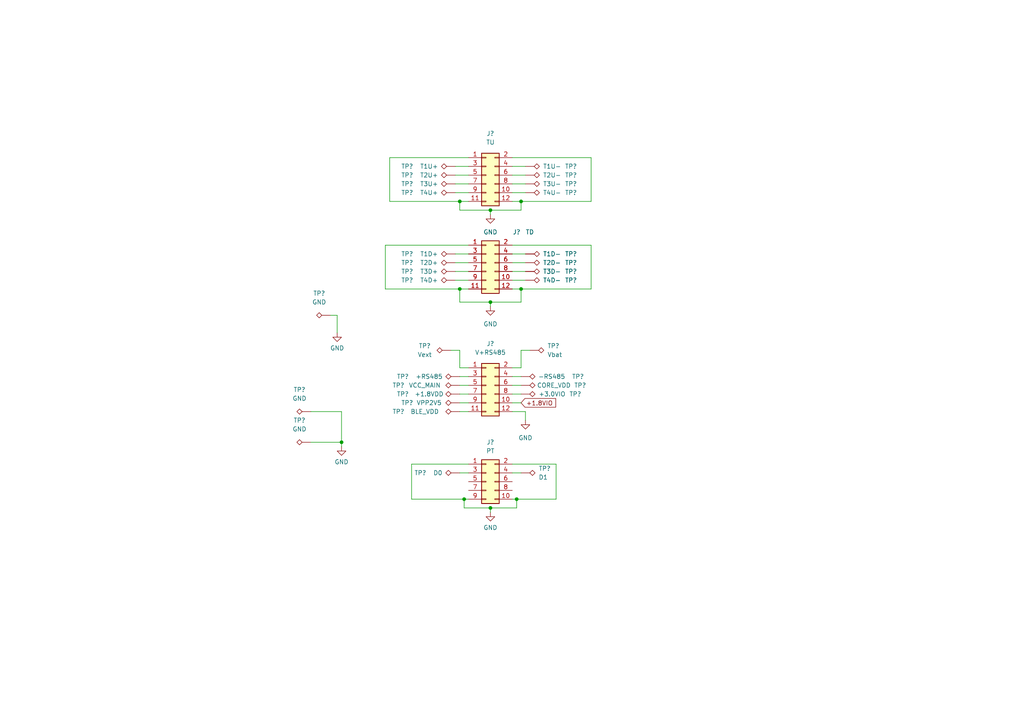
<source format=kicad_sch>
(kicad_sch (version 20211123) (generator eeschema)
  (paper "A4")
  (lib_symbols
    (symbol "Connector:TestPoint_Alt" (pin_numbers hide) (pin_names (offset 0.762) hide)
      (property "Reference" "TP" (at 0 6.858 0))
      (property "Value" "TestPoint_Alt" (at 0 5.08 0))
      (symbol "TestPoint_Alt_0_1"
        (polyline (pts (xy 0 2.54) (xy -0.762 3.302) (xy 0 4.064) (xy 0.762 3.302) (xy 0 2.54)))
      )
      (symbol "TestPoint_Alt_1_1"
        (pin passive line (at 0 0 90) (length 2.54) (name "1") (number "1"))
      )
    )
    (symbol "Connector_Generic:Conn_02x05_Odd_Even" (pin_names (offset 1.016) hide)
      (property "Reference" "J" (at 1.27 7.62 0))
      (property "Value" "Conn_02x05_Odd_Even" (at 1.27 -7.62 0))
      (symbol "Conn_02x05_Odd_Even_1_1"
        (rectangle (start -1.27 -4.953) (end 0 -5.207) (stroke (width 0.1524)))
        (rectangle (start -1.27 -2.413) (end 0 -2.667) (stroke (width 0.1524)))
        (rectangle (start -1.27 0.127) (end 0 -0.127) (stroke (width 0.1524)))
        (rectangle (start -1.27 2.667) (end 0 2.413) (stroke (width 0.1524)))
        (rectangle (start -1.27 5.207) (end 0 4.953) (stroke (width 0.1524)))
        (rectangle (start -1.27 6.35) (end 3.81 -6.35) (stroke (width 0.254)) (fill (type background)))
        (rectangle (start 3.81 -4.953) (end 2.54 -5.207) (stroke (width 0.1524)))
        (rectangle (start 3.81 -2.413) (end 2.54 -2.667) (stroke (width 0.1524)))
        (rectangle (start 3.81 0.127) (end 2.54 -0.127) (stroke (width 0.1524)))
        (rectangle (start 3.81 2.667) (end 2.54 2.413) (stroke (width 0.1524)))
        (rectangle (start 3.81 5.207) (end 2.54 4.953) (stroke (width 0.1524)))
        (pin passive line (at -5.08 5.08 0) (length 3.81) (name "Pin_1") (number "1"))
        (pin passive line (at 7.62 -5.08 180) (length 3.81) (name "Pin_10") (number "10"))
        (pin passive line (at 7.62 5.08 180) (length 3.81) (name "Pin_2") (number "2"))
        (pin passive line (at -5.08 2.54 0) (length 3.81) (name "Pin_3") (number "3"))
        (pin passive line (at 7.62 2.54 180) (length 3.81) (name "Pin_4") (number "4"))
        (pin passive line (at -5.08 0 0) (length 3.81) (name "Pin_5") (number "5"))
        (pin passive line (at 7.62 0 180) (length 3.81) (name "Pin_6") (number "6"))
        (pin passive line (at -5.08 -2.54 0) (length 3.81) (name "Pin_7") (number "7"))
        (pin passive line (at 7.62 -2.54 180) (length 3.81) (name "Pin_8") (number "8"))
        (pin passive line (at -5.08 -5.08 0) (length 3.81) (name "Pin_9") (number "9"))
      )
    )
    (symbol "Connector_Generic:Conn_02x06_Odd_Even" (pin_names (offset 1.016) hide)
      (property "Reference" "J" (at 1.27 7.62 0))
      (property "Value" "Conn_02x06_Odd_Even" (at 1.27 -10.16 0))
      (symbol "Conn_02x06_Odd_Even_1_1"
        (rectangle (start -1.27 -7.493) (end 0 -7.747) (stroke (width 0.1524)))
        (rectangle (start -1.27 -4.953) (end 0 -5.207) (stroke (width 0.1524)))
        (rectangle (start -1.27 -2.413) (end 0 -2.667) (stroke (width 0.1524)))
        (rectangle (start -1.27 0.127) (end 0 -0.127) (stroke (width 0.1524)))
        (rectangle (start -1.27 2.667) (end 0 2.413) (stroke (width 0.1524)))
        (rectangle (start -1.27 5.207) (end 0 4.953) (stroke (width 0.1524)))
        (rectangle (start -1.27 6.35) (end 3.81 -8.89) (stroke (width 0.254)) (fill (type background)))
        (rectangle (start 3.81 -7.493) (end 2.54 -7.747) (stroke (width 0.1524)))
        (rectangle (start 3.81 -4.953) (end 2.54 -5.207) (stroke (width 0.1524)))
        (rectangle (start 3.81 -2.413) (end 2.54 -2.667) (stroke (width 0.1524)))
        (rectangle (start 3.81 0.127) (end 2.54 -0.127) (stroke (width 0.1524)))
        (rectangle (start 3.81 2.667) (end 2.54 2.413) (stroke (width 0.1524)))
        (rectangle (start 3.81 5.207) (end 2.54 4.953) (stroke (width 0.1524)))
        (pin passive line (at -5.08 5.08 0) (length 3.81) (name "Pin_1") (number "1"))
        (pin passive line (at 7.62 -5.08 180) (length 3.81) (name "Pin_10") (number "10"))
        (pin passive line (at -5.08 -7.62 0) (length 3.81) (name "Pin_11") (number "11"))
        (pin passive line (at 7.62 -7.62 180) (length 3.81) (name "Pin_12") (number "12"))
        (pin passive line (at 7.62 5.08 180) (length 3.81) (name "Pin_2") (number "2"))
        (pin passive line (at -5.08 2.54 0) (length 3.81) (name "Pin_3") (number "3"))
        (pin passive line (at 7.62 2.54 180) (length 3.81) (name "Pin_4") (number "4"))
        (pin passive line (at -5.08 0 0) (length 3.81) (name "Pin_5") (number "5"))
        (pin passive line (at 7.62 0 180) (length 3.81) (name "Pin_6") (number "6"))
        (pin passive line (at -5.08 -2.54 0) (length 3.81) (name "Pin_7") (number "7"))
        (pin passive line (at 7.62 -2.54 180) (length 3.81) (name "Pin_8") (number "8"))
        (pin passive line (at -5.08 -5.08 0) (length 3.81) (name "Pin_9") (number "9"))
      )
    )
    (symbol "power:GND" (power) (pin_names (offset 0))
      (property "Value" "GND" (at 0 -3.81 0))
      (symbol "GND_0_1"
        (polyline (pts (xy 0 0) (xy 0 -1.27) (xy 1.27 -1.27) (xy 0 -2.54) (xy -1.27 -1.27) (xy 0 -1.27)))
      )
      (symbol "GND_1_1"
        (pin power_in line (at 0 0 270) (length 0) hide (name "GND") (number "1"))
      )
    )
  )
  (junction (at 142.24 147.32))
  (junction (at 99.06 128.27))
  (junction (at 151.13 58.42))
  (junction (at 149.86 144.78))
  (junction (at 133.35 58.42))
  (junction (at 151.13 83.82))
  (junction (at 142.24 87.63))
  (junction (at 142.24 60.96))
  (junction (at 133.35 83.82))
  (junction (at 134.62 144.78))
  (wire (pts (xy 133.35 114.3) (xy 135.89 114.3)))
  (wire (pts (xy 148.59 76.2) (xy 152.4 76.2)))
  (wire (pts (xy 142.24 147.32) (xy 142.24 148.59)))
  (wire (pts (xy 133.35 109.22) (xy 135.89 109.22)))
  (wire (pts (xy 151.13 60.96) (xy 151.13 58.42)))
  (wire (pts (xy 148.59 114.3) (xy 151.13 114.3)))
  (wire (pts (xy 171.45 58.42) (xy 151.13 58.42)))
  (wire (pts (xy 148.59 45.72) (xy 171.45 45.72)))
  (wire (pts (xy 142.24 60.96) (xy 151.13 60.96)))
  (wire (pts (xy 95.885 91.44) (xy 97.79 91.44)))
  (wire (pts (xy 151.13 101.6) (xy 153.67 101.6)))
  (wire (pts (xy 148.59 55.88) (xy 152.4 55.88)))
  (wire (pts (xy 133.35 58.42) (xy 133.35 60.96)))
  (wire (pts (xy 133.35 83.82) (xy 111.76 83.82)))
  (wire (pts (xy 132.08 76.2) (xy 135.89 76.2)))
  (wire (pts (xy 148.59 134.62) (xy 161.29 134.62)))
  (wire (pts (xy 152.4 119.38) (xy 148.59 119.38)))
  (wire (pts (xy 134.62 144.78) (xy 134.62 147.32)))
  (wire (pts (xy 113.03 58.42) (xy 113.03 45.72)))
  (wire (pts (xy 148.59 53.34) (xy 152.4 53.34)))
  (wire (pts (xy 148.59 81.28) (xy 152.4 81.28)))
  (wire (pts (xy 133.35 119.38) (xy 135.89 119.38)))
  (wire (pts (xy 148.59 48.26) (xy 152.4 48.26)))
  (wire (pts (xy 90.17 128.27) (xy 99.06 128.27)))
  (wire (pts (xy 133.35 87.63) (xy 142.24 87.63)))
  (wire (pts (xy 148.59 106.68) (xy 151.13 106.68)))
  (wire (pts (xy 152.4 121.92) (xy 152.4 119.38)))
  (wire (pts (xy 148.59 111.76) (xy 151.13 111.76)))
  (wire (pts (xy 142.24 87.63) (xy 151.13 87.63)))
  (wire (pts (xy 134.62 144.78) (xy 119.38 144.78)))
  (wire (pts (xy 132.08 78.74) (xy 135.89 78.74)))
  (wire (pts (xy 97.79 91.44) (xy 97.79 96.52)))
  (wire (pts (xy 133.35 137.16) (xy 135.89 137.16)))
  (wire (pts (xy 119.38 134.62) (xy 135.89 134.62)))
  (wire (pts (xy 111.76 83.82) (xy 111.76 71.12)))
  (wire (pts (xy 132.08 55.88) (xy 135.89 55.88)))
  (wire (pts (xy 142.24 60.96) (xy 142.24 62.23)))
  (wire (pts (xy 132.08 50.8) (xy 135.89 50.8)))
  (wire (pts (xy 151.13 58.42) (xy 148.59 58.42)))
  (wire (pts (xy 99.06 128.27) (xy 99.06 129.54)))
  (wire (pts (xy 133.35 116.84) (xy 135.89 116.84)))
  (wire (pts (xy 148.59 50.8) (xy 152.4 50.8)))
  (wire (pts (xy 148.59 71.12) (xy 171.45 71.12)))
  (wire (pts (xy 151.13 83.82) (xy 148.59 83.82)))
  (wire (pts (xy 133.35 83.82) (xy 133.35 87.63)))
  (wire (pts (xy 151.13 106.68) (xy 151.13 101.6)))
  (wire (pts (xy 133.35 106.68) (xy 135.89 106.68)))
  (wire (pts (xy 113.03 45.72) (xy 135.89 45.72)))
  (wire (pts (xy 148.59 73.66) (xy 152.4 73.66)))
  (wire (pts (xy 148.59 137.16) (xy 151.13 137.16)))
  (wire (pts (xy 132.08 48.26) (xy 135.89 48.26)))
  (wire (pts (xy 132.08 53.34) (xy 135.89 53.34)))
  (wire (pts (xy 134.62 147.32) (xy 142.24 147.32)))
  (wire (pts (xy 133.35 60.96) (xy 142.24 60.96)))
  (wire (pts (xy 90.17 119.38) (xy 99.06 119.38)))
  (wire (pts (xy 119.38 144.78) (xy 119.38 134.62)))
  (wire (pts (xy 171.45 45.72) (xy 171.45 58.42)))
  (wire (pts (xy 130.81 101.6) (xy 133.35 101.6)))
  (wire (pts (xy 171.45 83.82) (xy 151.13 83.82)))
  (wire (pts (xy 133.35 101.6) (xy 133.35 106.68)))
  (wire (pts (xy 149.86 144.78) (xy 161.29 144.78)))
  (wire (pts (xy 111.76 71.12) (xy 135.89 71.12)))
  (wire (pts (xy 151.13 87.63) (xy 151.13 83.82)))
  (wire (pts (xy 99.06 119.38) (xy 99.06 128.27)))
  (wire (pts (xy 133.35 111.76) (xy 135.89 111.76)))
  (wire (pts (xy 142.24 147.32) (xy 149.86 147.32)))
  (wire (pts (xy 135.89 144.78) (xy 134.62 144.78)))
  (wire (pts (xy 148.59 78.74) (xy 152.4 78.74)))
  (wire (pts (xy 135.89 58.42) (xy 133.35 58.42)))
  (wire (pts (xy 148.59 116.84) (xy 151.13 116.84)))
  (wire (pts (xy 149.86 147.32) (xy 149.86 144.78)))
  (wire (pts (xy 171.45 71.12) (xy 171.45 83.82)))
  (wire (pts (xy 148.59 144.78) (xy 149.86 144.78)))
  (wire (pts (xy 161.29 134.62) (xy 161.29 144.78)))
  (wire (pts (xy 132.08 73.66) (xy 135.89 73.66)))
  (wire (pts (xy 133.35 58.42) (xy 113.03 58.42)))
  (wire (pts (xy 135.89 83.82) (xy 133.35 83.82)))
  (wire (pts (xy 132.08 81.28) (xy 135.89 81.28)))
  (wire (pts (xy 148.59 109.22) (xy 151.13 109.22)))
  (wire (pts (xy 142.24 87.63) (xy 142.24 88.9)))
  (global_label "+1.8VIO" (shape input) (at 151.13 116.84 0) (property "Intersheet References" "${INTERSHEET_REFS}" (effects hide)))
  (symbol (lib_id "power:GND") (at 142.24 88.9 0) (unit 1)
    (property "Reference" "#PWR?" (effects hide))
    (property "Value" "GND" (at 142.24 93.98 0))
  )
  (symbol (lib_id "Connector:TestPoint_Alt") (at 152.4 55.88 270) (mirror x) (unit 1)
    (property "Reference" "TP?" (at 163.83 55.88 90) (effects (justify left)))
    (property "Value" "T4U-" (at 157.48 55.88 90) (effects (justify left)))
    (property "Footprint" "transus-instruments:0905_THT" (effects hide))
  )
  (symbol (lib_id "Connector:TestPoint_Alt") (at 133.35 111.76 90) (unit 1)
    (property "Reference" "TP?" (at 115.57 111.76 90))
    (property "Value" "VCC_MAIN" (at 123.19 111.76 90))
    (property "Footprint" "transus-instruments:0905_THT" (effects hide))
  )
  (symbol (lib_id "Connector:TestPoint_Alt") (at 90.17 119.38 90) (unit 1)
    (property "Reference" "TP?" (at 86.868 113.03 90))
    (property "Value" "GND" (at 86.868 115.57 90))
    (property "Footprint" "transus-instruments:0905_THT" (effects hide))
  )
  (symbol (lib_id "Connector:TestPoint_Alt") (at 152.4 73.66 270) (mirror x) (unit 1)
    (property "Reference" "TP?" (at 163.83 73.66 90) (effects (justify left)))
    (property "Value" "T1D-" (at 157.48 73.66 90) (effects (justify left)))
    (property "Footprint" "transus-instruments:0905_THT" (effects hide))
  )
  (symbol (lib_id "Connector:TestPoint_Alt") (at 130.81 101.6 90) (unit 1)
    (property "Reference" "TP?" (at 123.19 100.33 90))
    (property "Value" "Vext" (at 123.19 102.87 90))
    (property "Footprint" "transus-instruments:0905_THT" (effects hide))
  )
  (symbol (lib_id "Connector:TestPoint_Alt") (at 133.35 119.38 90) (unit 1)
    (property "Reference" "TP?" (at 115.57 119.38 90))
    (property "Value" "BLE_VDD" (at 123.19 119.38 90))
    (property "Footprint" "transus-instruments:0905_THT" (effects hide))
  )
  (symbol (lib_id "Connector:TestPoint_Alt") (at 133.35 137.16 90) (unit 1)
    (property "Reference" "TP?" (at 121.92 137.16 90))
    (property "Value" "D0" (at 127 137.16 90))
    (property "Footprint" "transus-instruments:0905_THT" (effects hide))
  )
  (symbol (lib_id "Connector:TestPoint_Alt") (at 152.4 76.2 270) (mirror x) (unit 1)
    (property "Reference" "TP?" (at 163.83 76.2 90) (effects (justify left)))
    (property "Value" "T2D-" (at 157.48 76.2 90) (effects (justify left)))
    (property "Footprint" "transus-instruments:0905_THT" (effects hide))
  )
  (symbol (lib_id "Connector:TestPoint_Alt") (at 152.4 81.28 270) (mirror x) (unit 1)
    (property "Reference" "TP?" (at 163.83 81.28 90) (effects (justify left)))
    (property "Value" "T4D-" (at 157.48 81.28 90) (effects (justify left)))
    (property "Footprint" "transus-instruments:0905_THT" (effects hide))
  )
  (symbol (lib_id "power:GND") (at 152.4 121.92 0) (unit 1)
    (property "Reference" "#PWR?" (effects hide))
    (property "Value" "GND" (at 152.4 127 0))
  )
  (symbol (lib_id "power:GND") (at 99.06 129.54 0) (unit 1)
    (property "Reference" "#PWR?" (effects hide))
    (property "Value" "GND" (at 99.06 133.985 0))
  )
  (symbol (lib_id "Connector:TestPoint_Alt") (at 152.4 50.8 270) (mirror x) (unit 1)
    (property "Reference" "TP?" (at 163.83 50.8 90) (effects (justify left)))
    (property "Value" "T2U-" (at 157.48 50.8 90) (effects (justify left)))
    (property "Footprint" "transus-instruments:0905_THT" (effects hide))
  )
  (symbol (lib_id "Connector_Generic:Conn_02x06_Odd_Even") (at 140.97 111.76 0) (unit 1)
    (property "Reference" "J?" (at 142.24 99.695 0))
    (property "Value" "V+RS485" (at 142.24 102.235 0))
    (property "Footprint" "Connector_PinHeader_2.54mm:PinHeader_2x06_P2.54mm_Vertical" (effects hide))
  )
  (symbol (lib_id "Connector:TestPoint_Alt") (at 133.35 116.84 90) (unit 1)
    (property "Reference" "TP?" (at 118.11 116.84 90))
    (property "Value" "VPP2V5" (at 124.46 116.84 90))
    (property "Footprint" "transus-instruments:0905_THT" (effects hide))
  )
  (symbol (lib_id "Connector:TestPoint_Alt") (at 152.4 48.26 270) (mirror x) (unit 1)
    (property "Reference" "TP?" (at 163.83 48.26 90) (effects (justify left)))
    (property "Value" "T1U-" (at 157.48 48.26 90) (effects (justify left)))
    (property "Footprint" "transus-instruments:0905_THT" (effects hide))
  )
  (symbol (lib_id "Connector:TestPoint_Alt") (at 133.35 114.3 90) (unit 1)
    (property "Reference" "TP?" (at 116.84 114.3 90))
    (property "Value" "+1.8VDD" (at 124.46 114.3 90))
    (property "Footprint" "transus-instruments:0905_THT" (effects hide))
  )
  (symbol (lib_id "Connector:TestPoint_Alt") (at 90.17 128.27 90) (unit 1)
    (property "Reference" "TP?" (at 86.868 121.92 90))
    (property "Value" "GND" (at 86.868 124.46 90))
    (property "Footprint" "transus-instruments:0905_THT" (effects hide))
  )
  (symbol (lib_id "Connector_Generic:Conn_02x06_Odd_Even") (at 140.97 50.8 0) (unit 1)
    (property "Reference" "J?" (at 142.24 38.735 0))
    (property "Value" "TU" (at 142.24 41.275 0))
    (property "Footprint" "Connector_PinHeader_2.54mm:PinHeader_2x06_P2.54mm_Vertical" (effects hide))
  )
  (symbol (lib_id "Connector:TestPoint_Alt") (at 132.08 81.28 90) (unit 1)
    (property "Reference" "TP?" (at 118.11 81.28 90))
    (property "Value" "T4D+" (at 124.46 81.28 90))
    (property "Footprint" "transus-instruments:0905_THT" (effects hide))
  )
  (symbol (lib_id "Connector:TestPoint_Alt") (at 151.13 114.3 270) (unit 1)
    (property "Reference" "TP?" (at 165.1 114.3 90) (effects (justify left)))
    (property "Value" "+3.0VIO" (at 156.21 114.3 90) (effects (justify left)))
    (property "Footprint" "transus-instruments:0905_THT" (effects hide))
  )
  (symbol (lib_id "Connector:TestPoint_Alt") (at 151.13 111.76 270) (unit 1)
    (property "Reference" "TP?" (at 168.275 111.76 90))
    (property "Value" "CORE_VDD" (at 160.655 111.76 90))
    (property "Footprint" "transus-instruments:0905_THT" (effects hide))
  )
  (symbol (lib_id "Connector:TestPoint_Alt") (at 153.67 101.6 270) (unit 1)
    (property "Reference" "TP?" (at 158.75 100.3299 90) (effects (justify left)))
    (property "Value" "Vbat" (at 158.75 102.8699 90) (effects (justify left)))
    (property "Footprint" "transus-instruments:0905_THT" (effects hide))
  )
  (symbol (lib_id "power:GND") (at 142.24 62.23 0) (unit 1)
    (property "Reference" "#PWR?" (effects hide))
    (property "Value" "GND" (at 142.24 67.31 0))
  )
  (symbol (lib_id "Connector:TestPoint_Alt") (at 132.08 50.8 90) (unit 1)
    (property "Reference" "TP?" (at 118.11 50.8 90))
    (property "Value" "T2U+" (at 124.46 50.8 90))
    (property "Footprint" "transus-instruments:0905_THT" (effects hide))
  )
  (symbol (lib_id "Connector:TestPoint_Alt") (at 132.08 48.26 90) (unit 1)
    (property "Reference" "TP?" (at 118.11 48.26 90))
    (property "Value" "T1U+" (at 124.46 48.26 90))
    (property "Footprint" "transus-instruments:0905_THT" (effects hide))
  )
  (symbol (lib_id "Connector:TestPoint_Alt") (at 132.08 76.2 90) (unit 1)
    (property "Reference" "TP?" (at 118.11 76.2 90))
    (property "Value" "T2D+" (at 124.46 76.2 90))
    (property "Footprint" "transus-instruments:0905_THT" (effects hide))
  )
  (symbol (lib_id "Connector:TestPoint_Alt") (at 95.885 91.44 90) (unit 1)
    (property "Reference" "TP?" (at 92.583 85.09 90))
    (property "Value" "GND" (at 92.583 87.63 90))
    (property "Footprint" "transus-instruments:0905_THT" (effects hide))
  )
  (symbol (lib_id "Connector:TestPoint_Alt") (at 132.08 78.74 90) (unit 1)
    (property "Reference" "TP?" (at 118.11 78.74 90))
    (property "Value" "T3D+" (at 124.46 78.74 90))
    (property "Footprint" "transus-instruments:0905_THT" (effects hide))
  )
  (symbol (lib_id "Connector_Generic:Conn_02x05_Odd_Even") (at 140.97 139.7 0) (unit 1)
    (property "Reference" "J?" (at 142.24 128.27 0))
    (property "Value" "PT" (at 142.24 130.81 0))
    (property "Footprint" "Connector_PinHeader_2.54mm:PinHeader_2x05_P2.54mm_Vertical" (effects hide))
  )
  (symbol (lib_id "Connector:TestPoint_Alt") (at 152.4 53.34 270) (mirror x) (unit 1)
    (property "Reference" "TP?" (at 163.83 53.34 90) (effects (justify left)))
    (property "Value" "T3U-" (at 157.48 53.34 90) (effects (justify left)))
    (property "Footprint" "transus-instruments:0905_THT" (effects hide))
  )
  (symbol (lib_id "power:GND") (at 97.79 96.52 0) (unit 1)
    (property "Reference" "#PWR?" (effects hide))
    (property "Value" "GND" (at 97.79 100.965 0))
  )
  (symbol (lib_id "Connector:TestPoint_Alt") (at 132.08 73.66 90) (unit 1)
    (property "Reference" "TP?" (at 118.11 73.66 90))
    (property "Value" "T1D+" (at 124.46 73.66 90))
    (property "Footprint" "transus-instruments:0905_THT" (effects hide))
  )
  (symbol (lib_id "power:GND") (at 142.24 148.59 0) (unit 1)
    (property "Reference" "#PWR?" (effects hide))
    (property "Value" "GND" (at 142.24 153.035 0))
  )
  (symbol (lib_id "Connector:TestPoint_Alt") (at 152.4 78.74 270) (mirror x) (unit 1)
    (property "Reference" "TP?" (at 163.83 78.74 90) (effects (justify left)))
    (property "Value" "T3D-" (at 157.48 78.74 90) (effects (justify left)))
    (property "Footprint" "transus-instruments:0905_THT" (effects hide))
  )
  (symbol (lib_id "Connector_Generic:Conn_02x06_Odd_Even") (at 140.97 76.2 0) (unit 1)
    (property "Reference" "J?" (at 149.86 67.31 0))
    (property "Value" "TD" (at 153.67 67.31 0))
    (property "Footprint" "Connector_PinHeader_2.54mm:PinHeader_2x06_P2.54mm_Vertical" (effects hide))
  )
  (symbol (lib_id "Connector:TestPoint_Alt") (at 133.35 109.22 90) (unit 1)
    (property "Reference" "TP?" (at 116.84 109.22 90))
    (property "Value" "+RS485" (at 124.46 109.22 90))
    (property "Footprint" "transus-instruments:0905_THT" (effects hide))
  )
  (symbol (lib_id "Connector:TestPoint_Alt") (at 132.08 53.34 90) (unit 1)
    (property "Reference" "TP?" (at 118.11 53.34 90))
    (property "Value" "T3U+" (at 124.46 53.34 90))
    (property "Footprint" "transus-instruments:0905_THT" (effects hide))
  )
  (symbol (lib_id "Connector:TestPoint_Alt") (at 132.08 55.88 90) (unit 1)
    (property "Reference" "TP?" (at 118.11 55.88 90))
    (property "Value" "T4U+" (at 124.46 55.88 90))
    (property "Footprint" "transus-instruments:0905_THT" (effects hide))
  )
  (symbol (lib_id "Connector:TestPoint_Alt") (at 151.13 109.22 270) (unit 1)
    (property "Reference" "TP?" (at 167.64 109.22 90))
    (property "Value" "-RS485" (at 160.02 109.22 90))
    (property "Footprint" "transus-instruments:0905_THT" (effects hide))
  )
  (symbol (lib_id "Connector:TestPoint_Alt") (at 151.13 137.16 270) (unit 1)
    (property "Reference" "TP?" (at 156.21 135.8899 90) (effects (justify left)))
    (property "Value" "D1" (at 156.21 138.4299 90) (effects (justify left)))
    (property "Footprint" "transus-instruments:0905_THT" (effects hide))
  )
)
</source>
